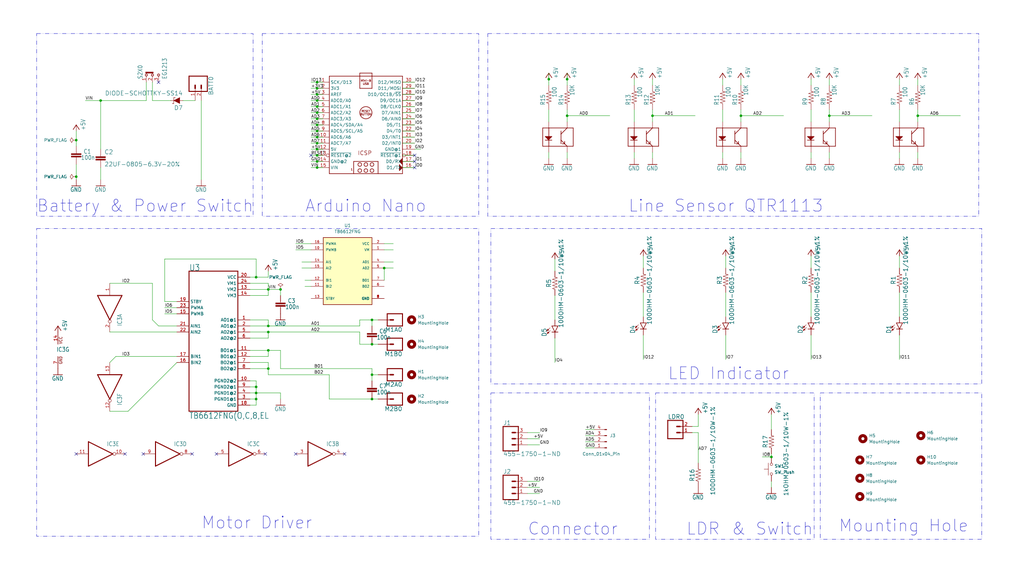
<source format=kicad_sch>
(kicad_sch (version 20230121) (generator eeschema)
  (paper "User" 426.517 239.243)
  (junction (at 132.08 52.07))
  (junction (at 132.08 57.15))
  (junction (at 106.68 161.29))
  (junction (at 31.75 58.42))
  (junction (at 132.08 62.23))
  (junction (at 132.08 44.45))
  (junction (at 154.94 143.51))
  (junction (at 106.68 166.37))
  (junction (at 31.75 73.66))
  (junction (at 132.08 49.53))
  (junction (at 321.31 190.5))
  (junction (at 308.61 48.26))
  (junction (at 111.76 138.43))
  (junction (at 345.44 48.26))
  (junction (at 106.68 115.57))
  (junction (at 132.08 34.29))
  (junction (at 132.08 69.85))
  (junction (at 132.08 54.61))
  (junction (at 132.08 59.69))
  (junction (at 111.76 146.05))
  (junction (at 41.91 41.91))
  (junction (at 154.94 166.37))
  (junction (at 132.08 39.37))
  (junction (at 132.08 64.77))
  (junction (at 132.08 36.83))
  (junction (at 111.76 135.89))
  (junction (at 228.6 33.02))
  (junction (at 116.84 120.65))
  (junction (at 106.68 163.83))
  (junction (at 154.94 156.21))
  (junction (at 132.08 67.31))
  (junction (at 160.02 111.76))
  (junction (at 236.22 33.02))
  (junction (at 271.78 48.26))
  (junction (at 382.27 48.26))
  (junction (at 236.22 48.26))
  (junction (at 111.76 153.67))
  (junction (at 111.76 120.65))
  (junction (at 132.08 41.91))
  (junction (at 154.94 133.35))
  (junction (at 132.08 46.99))
  (no_connect (at 172.72 67.31))
  (no_connect (at 52.07 189.23))
  (no_connect (at 80.01 189.23))
  (no_connect (at 90.17 189.23))
  (no_connect (at 129.54 64.77))
  (no_connect (at 59.69 189.23))
  (no_connect (at 172.72 69.85))
  (no_connect (at 66.04 34.29))
  (no_connect (at 31.75 189.23))
  (no_connect (at 123.19 189.23))
  (no_connect (at 143.51 189.23))
  (no_connect (at 172.72 64.77))
  (no_connect (at 110.49 189.23))
  (wire (pts (xy 132.08 67.31) (xy 134.62 67.31)) (stroke (width 0.1524)))
  (wire (pts (xy 116.84 153.67) (xy 154.94 153.67)) (stroke (width 0.1524)))
  (wire (pts (xy 137.16 156.21) (xy 137.16 166.37)) (stroke (width 0.1524)))
  (wire (pts (xy 104.14 115.57) (xy 106.68 115.57)) (stroke (width 0.1524)))
  (wire (pts (xy 160.02 111.76) (xy 163.83 111.76)))
  (wire (pts (xy 167.64 49.53) (xy 172.72 49.53)) (stroke (width 0.1524)))
  (wire (pts (xy 382.27 63.5) (xy 382.27 66.04)) (stroke (width 0.1524)))
  (wire (pts (xy 149.86 133.35) (xy 154.94 133.35)) (stroke (width 0.1524)))
  (wire (pts (xy 111.76 146.05) (xy 111.76 148.59)) (stroke (width 0.1524)))
  (wire (pts (xy 106.68 161.29) (xy 106.68 163.83)) (stroke (width 0.1524)))
  (wire (pts (xy 374.65 111.76) (xy 374.65 106.68)) (stroke (width 0.1524)))
  (wire (pts (xy 53.34 171.45) (xy 45.72 171.45)) (stroke (width 0.1524)))
  (wire (pts (xy 167.64 41.91) (xy 172.72 41.91)) (stroke (width 0.1524)))
  (wire (pts (xy 154.94 166.37) (xy 157.48 166.37)) (stroke (width 0.1524)))
  (wire (pts (xy 290.83 180.34) (xy 288.29 180.34)) (stroke (width 0.1524)))
  (wire (pts (xy 264.16 45.72) (xy 264.16 50.8)) (stroke (width 0.1524)))
  (wire (pts (xy 106.68 107.95) (xy 106.68 115.57)) (stroke (width 0.1524)))
  (wire (pts (xy 345.44 63.5) (xy 345.44 66.04)) (stroke (width 0.1524)))
  (wire (pts (xy 125.73 109.22) (xy 129.54 109.22)))
  (wire (pts (xy 31.75 68.58) (xy 31.75 73.66)) (stroke (width 0.1524)))
  (wire (pts (xy 48.26 148.59) (xy 45.72 151.13)) (stroke (width 0.1524)))
  (wire (pts (xy 149.86 138.43) (xy 149.86 143.51)) (stroke (width 0.1524)))
  (wire (pts (xy 337.82 33.02) (xy 337.82 35.56)) (stroke (width 0.1524)))
  (wire (pts (xy 111.76 151.13) (xy 111.76 153.67)) (stroke (width 0.1524)))
  (wire (pts (xy 111.76 118.11) (xy 104.14 118.11)) (stroke (width 0.1524)))
  (wire (pts (xy 271.78 63.5) (xy 271.78 66.04)) (stroke (width 0.1524)))
  (wire (pts (xy 337.82 139.7) (xy 337.82 149.86)) (stroke (width 0.1524)))
  (wire (pts (xy 132.08 64.77) (xy 134.62 64.77)) (stroke (width 0.1524)))
  (wire (pts (xy 106.68 163.83) (xy 104.14 163.83)) (stroke (width 0.1524)))
  (wire (pts (xy 132.08 57.15) (xy 134.62 57.15)) (stroke (width 0.1524)))
  (wire (pts (xy 132.08 54.61) (xy 129.54 54.61)) (stroke (width 0.1524)))
  (wire (pts (xy 302.26 121.92) (xy 302.26 132.08)) (stroke (width 0.1524)))
  (wire (pts (xy 73.66 151.13) (xy 53.34 171.45)) (stroke (width 0.1524)))
  (wire (pts (xy 132.08 44.45) (xy 129.54 44.45)) (stroke (width 0.1524)))
  (wire (pts (xy 111.76 120.65) (xy 111.76 118.11)) (stroke (width 0.1524)))
  (wire (pts (xy 132.08 46.99) (xy 129.54 46.99)) (stroke (width 0.1524)))
  (wire (pts (xy 73.66 148.59) (xy 48.26 148.59)) (stroke (width 0.1524)))
  (wire (pts (xy 160.02 104.14) (xy 163.83 104.14)))
  (wire (pts (xy 111.76 153.67) (xy 111.76 156.21)) (stroke (width 0.1524)))
  (wire (pts (xy 382.27 48.26) (xy 400.05 48.26)) (stroke (width 0.1524)))
  (wire (pts (xy 111.76 133.35) (xy 111.76 135.89)) (stroke (width 0.1524)))
  (wire (pts (xy 154.94 153.67) (xy 154.94 156.21)) (stroke (width 0.1524)))
  (wire (pts (xy 271.78 50.8) (xy 271.78 48.26)) (stroke (width 0.1524)))
  (wire (pts (xy 31.75 73.66) (xy 31.75 74.93)) (stroke (width 0.1524)))
  (wire (pts (xy 167.64 59.69) (xy 172.72 59.69)) (stroke (width 0.1524)))
  (wire (pts (xy 374.65 45.72) (xy 374.65 50.8)) (stroke (width 0.1524)))
  (wire (pts (xy 111.76 140.97) (xy 104.14 140.97)) (stroke (width 0.1524)))
  (wire (pts (xy 236.22 30.48) (xy 236.22 33.02)) (stroke (width 0.1524)))
  (wire (pts (xy 167.64 36.83) (xy 172.72 36.83)) (stroke (width 0.1524)))
  (wire (pts (xy 104.14 151.13) (xy 111.76 151.13)) (stroke (width 0.1524)))
  (wire (pts (xy 264.16 66.04) (xy 264.16 63.5)) (stroke (width 0.1524)))
  (wire (pts (xy 111.76 135.89) (xy 149.86 135.89)) (stroke (width 0.1524)))
  (wire (pts (xy 123.19 101.6) (xy 129.54 101.6)))
  (wire (pts (xy 382.27 45.72) (xy 382.27 48.26)) (stroke (width 0.1524)))
  (wire (pts (xy 63.5 41.91) (xy 63.5 34.29)))
  (wire (pts (xy 219.71 200.66) (xy 224.79 200.66)) (stroke (width 0.1524)))
  (wire (pts (xy 132.08 52.07) (xy 134.62 52.07)) (stroke (width 0.1524)))
  (wire (pts (xy 132.08 44.45) (xy 134.62 44.45)) (stroke (width 0.1524)))
  (wire (pts (xy 267.97 121.92) (xy 267.97 132.08)) (stroke (width 0.1524)))
  (wire (pts (xy 31.75 58.42) (xy 31.75 60.96)) (stroke (width 0.1524)))
  (wire (pts (xy 382.27 33.02) (xy 382.27 35.56)) (stroke (width 0.1524)))
  (wire (pts (xy 116.84 153.67) (xy 116.84 146.05)) (stroke (width 0.1524)))
  (wire (pts (xy 132.08 39.37) (xy 129.54 39.37)) (stroke (width 0.1524)))
  (wire (pts (xy 267.97 111.76) (xy 267.97 106.68)) (stroke (width 0.1524)))
  (wire (pts (xy 116.84 120.65) (xy 111.76 120.65)) (stroke (width 0.1524)))
  (wire (pts (xy 167.64 67.31) (xy 172.72 67.31)) (stroke (width 0.1524)))
  (wire (pts (xy 228.6 33.02) (xy 228.6 35.56)) (stroke (width 0.1524)))
  (wire (pts (xy 167.64 39.37) (xy 172.72 39.37)) (stroke (width 0.1524)))
  (wire (pts (xy 231.14 113.03) (xy 231.14 107.95)) (stroke (width 0.1524)))
  (wire (pts (xy 116.84 123.19) (xy 116.84 120.65)) (stroke (width 0.1524)))
  (wire (pts (xy 236.22 50.8) (xy 236.22 48.26)) (stroke (width 0.1524)))
  (wire (pts (xy 73.66 128.27) (xy 68.58 128.27)) (stroke (width 0.1524)))
  (wire (pts (xy 337.82 66.04) (xy 337.82 63.5)) (stroke (width 0.1524)))
  (wire (pts (xy 374.65 33.02) (xy 374.65 35.56)) (stroke (width 0.1524)))
  (wire (pts (xy 219.71 203.2) (xy 224.79 203.2)) (stroke (width 0.1524)))
  (wire (pts (xy 302.26 139.7) (xy 302.26 149.86)) (stroke (width 0.1524)))
  (wire (pts (xy 41.91 69.85) (xy 41.91 74.93)) (stroke (width 0.1524)))
  (wire (pts (xy 321.31 200.66) (xy 321.31 203.2)))
  (wire (pts (xy 132.08 52.07) (xy 129.54 52.07)) (stroke (width 0.1524)))
  (wire (pts (xy 132.08 59.69) (xy 134.62 59.69)) (stroke (width 0.1524)))
  (wire (pts (xy 160.02 101.6) (xy 163.83 101.6)))
  (wire (pts (xy 132.08 49.53) (xy 129.54 49.53)) (stroke (width 0.1524)))
  (wire (pts (xy 167.64 34.29) (xy 172.72 34.29)) (stroke (width 0.1524)))
  (wire (pts (xy 132.08 69.85) (xy 134.62 69.85)) (stroke (width 0.1524)))
  (wire (pts (xy 317.5 190.5) (xy 321.31 190.5)))
  (wire (pts (xy 228.6 66.04) (xy 228.6 63.5)) (stroke (width 0.1524)))
  (wire (pts (xy 111.76 123.19) (xy 111.76 120.65)) (stroke (width 0.1524)))
  (wire (pts (xy 111.76 153.67) (xy 104.14 153.67)) (stroke (width 0.1524)))
  (wire (pts (xy 264.16 33.02) (xy 264.16 35.56)) (stroke (width 0.1524)))
  (wire (pts (xy 154.94 158.75) (xy 154.94 156.21)) (stroke (width 0.1524)))
  (wire (pts (xy 68.58 107.95) (xy 106.68 107.95)) (stroke (width 0.1524)))
  (wire (pts (xy 243.84 184.15) (xy 247.65 184.15)))
  (wire (pts (xy 76.2 41.91) (xy 81.28 41.91)) (stroke (width 0.1524)))
  (wire (pts (xy 321.31 189.23) (xy 321.31 190.5)))
  (wire (pts (xy 104.14 161.29) (xy 106.68 161.29)) (stroke (width 0.1524)))
  (wire (pts (xy 167.64 57.15) (xy 172.72 57.15)) (stroke (width 0.1524)))
  (wire (pts (xy 271.78 48.26) (xy 289.56 48.26)) (stroke (width 0.1524)))
  (wire (pts (xy 106.68 163.83) (xy 106.68 166.37)) (stroke (width 0.1524)))
  (wire (pts (xy 60.96 34.29) (xy 60.96 41.91)) (stroke (width 0.1524)))
  (wire (pts (xy 111.76 138.43) (xy 149.86 138.43)) (stroke (width 0.1524)))
  (wire (pts (xy 104.14 123.19) (xy 111.76 123.19)) (stroke (width 0.1524)))
  (wire (pts (xy 374.65 121.92) (xy 374.65 132.08)) (stroke (width 0.1524)))
  (wire (pts (xy 83.82 41.91) (xy 83.82 74.93)) (stroke (width 0.1524)))
  (wire (pts (xy 236.22 63.5) (xy 236.22 66.04)) (stroke (width 0.1524)))
  (wire (pts (xy 111.76 138.43) (xy 111.76 140.97)) (stroke (width 0.1524)))
  (wire (pts (xy 132.08 39.37) (xy 134.62 39.37)) (stroke (width 0.1524)))
  (wire (pts (xy 35.56 41.91) (xy 41.91 41.91)) (stroke (width 0.1524)))
  (wire (pts (xy 290.83 193.04) (xy 290.83 180.34)) (stroke (width 0.1524)))
  (wire (pts (xy 127 116.84) (xy 129.54 116.84)))
  (wire (pts (xy 345.44 48.26) (xy 363.22 48.26)) (stroke (width 0.1524)))
  (wire (pts (xy 308.61 50.8) (xy 308.61 48.26)) (stroke (width 0.1524)))
  (wire (pts (xy 132.08 64.77) (xy 129.54 64.77)) (stroke (width 0.1524)))
  (wire (pts (xy 73.66 125.73) (xy 68.58 125.73)) (stroke (width 0.1524)))
  (wire (pts (xy 111.76 148.59) (xy 104.14 148.59)) (stroke (width 0.1524)))
  (wire (pts (xy 41.91 62.23) (xy 41.91 41.91)) (stroke (width 0.1524)))
  (wire (pts (xy 167.64 46.99) (xy 172.72 46.99)) (stroke (width 0.1524)))
  (wire (pts (xy 154.94 143.51) (xy 157.48 143.51)) (stroke (width 0.1524)))
  (wire (pts (xy 154.94 133.35) (xy 157.48 133.35)) (stroke (width 0.1524)))
  (wire (pts (xy 228.6 45.72) (xy 228.6 50.8)) (stroke (width 0.1524)))
  (wire (pts (xy 271.78 45.72) (xy 271.78 48.26)) (stroke (width 0.1524)))
  (wire (pts (xy 228.6 30.48) (xy 228.6 33.02)) (stroke (width 0.1524)))
  (wire (pts (xy 106.68 115.57) (xy 111.76 115.57)) (stroke (width 0.1524)))
  (wire (pts (xy 73.66 138.43) (xy 45.72 138.43)) (stroke (width 0.1524)))
  (wire (pts (xy 106.68 158.75) (xy 106.68 161.29)) (stroke (width 0.1524)))
  (wire (pts (xy 219.71 182.88) (xy 224.79 182.88)) (stroke (width 0.1524)))
  (wire (pts (xy 167.64 44.45) (xy 172.72 44.45)) (stroke (width 0.1524)))
  (wire (pts (xy 111.76 115.57) (xy 111.76 113.03)) (stroke (width 0.1524)))
  (wire (pts (xy 132.08 34.29) (xy 134.62 34.29)) (stroke (width 0.1524)))
  (wire (pts (xy 308.61 48.26) (xy 326.39 48.26)) (stroke (width 0.1524)))
  (wire (pts (xy 382.27 50.8) (xy 382.27 48.26)) (stroke (width 0.1524)))
  (wire (pts (xy 243.84 179.07) (xy 247.65 179.07)))
  (wire (pts (xy 132.08 62.23) (xy 129.54 62.23)) (stroke (width 0.1524)))
  (wire (pts (xy 337.82 111.76) (xy 337.82 106.68)) (stroke (width 0.1524)))
  (wire (pts (xy 132.08 62.23) (xy 134.62 62.23)) (stroke (width 0.1524)))
  (wire (pts (xy 132.08 57.15) (xy 129.54 57.15)) (stroke (width 0.1524)))
  (wire (pts (xy 300.99 66.04) (xy 300.99 63.5)) (stroke (width 0.1524)))
  (wire (pts (xy 132.08 67.31) (xy 129.54 67.31)) (stroke (width 0.1524)))
  (wire (pts (xy 104.14 146.05) (xy 111.76 146.05)) (stroke (width 0.1524)))
  (wire (pts (xy 160.02 109.22) (xy 163.83 109.22)))
  (wire (pts (xy 300.99 45.72) (xy 300.99 50.8)) (stroke (width 0.1524)))
  (wire (pts (xy 172.72 62.23) (xy 175.26 62.23)) (stroke (width 0.1524)))
  (wire (pts (xy 167.64 52.07) (xy 172.72 52.07)) (stroke (width 0.1524)))
  (wire (pts (xy 106.68 168.91) (xy 104.14 168.91)) (stroke (width 0.1524)))
  (wire (pts (xy 288.29 177.8) (xy 290.83 177.8)) (stroke (width 0.1524)))
  (wire (pts (xy 132.08 54.61) (xy 134.62 54.61)) (stroke (width 0.1524)))
  (wire (pts (xy 132.08 41.91) (xy 129.54 41.91)) (stroke (width 0.1524)))
  (wire (pts (xy 132.08 59.69) (xy 129.54 59.69)) (stroke (width 0.1524)))
  (wire (pts (xy 219.71 180.34) (xy 224.79 180.34)) (stroke (width 0.1524)))
  (wire (pts (xy 219.71 185.42) (xy 224.79 185.42)) (stroke (width 0.1524)))
  (wire (pts (xy 132.08 69.85) (xy 129.54 69.85)) (stroke (width 0.1524)))
  (wire (pts (xy 137.16 166.37) (xy 154.94 166.37)) (stroke (width 0.1524)))
  (wire (pts (xy 302.26 111.76) (xy 302.26 106.68)) (stroke (width 0.1524)))
  (wire (pts (xy 167.64 54.61) (xy 172.72 54.61)) (stroke (width 0.1524)))
  (wire (pts (xy 73.66 135.89) (xy 66.04 135.89)) (stroke (width 0.1524)))
  (wire (pts (xy 125.73 111.76) (xy 129.54 111.76)))
  (wire (pts (xy 104.14 138.43) (xy 111.76 138.43)) (stroke (width 0.1524)))
  (wire (pts (xy 41.91 41.91) (xy 60.96 41.91)) (stroke (width 0.1524)))
  (wire (pts (xy 116.84 163.83) (xy 116.84 166.37)) (stroke (width 0.1524)))
  (wire (pts (xy 374.65 139.7) (xy 374.65 149.86)) (stroke (width 0.1524)))
  (wire (pts (xy 104.14 158.75) (xy 106.68 158.75)) (stroke (width 0.1524)))
  (wire (pts (xy 300.99 33.02) (xy 300.99 35.56)) (stroke (width 0.1524)))
  (wire (pts (xy 71.12 41.91) (xy 63.5 41.91)))
  (wire (pts (xy 243.84 181.61) (xy 247.65 181.61)))
  (wire (pts (xy 231.14 140.97) (xy 231.14 151.13)) (stroke (width 0.1524)))
  (wire (pts (xy 132.08 41.91) (xy 134.62 41.91)) (stroke (width 0.1524)))
  (wire (pts (xy 104.14 166.37) (xy 106.68 166.37)) (stroke (width 0.1524)))
  (wire (pts (xy 132.08 36.83) (xy 134.62 36.83)) (stroke (width 0.1524)))
  (wire (pts (xy 308.61 45.72) (xy 308.61 48.26)) (stroke (width 0.1524)))
  (wire (pts (xy 345.44 33.02) (xy 345.44 35.56)) (stroke (width 0.1524)))
  (wire (pts (xy 132.08 34.29) (xy 129.54 34.29)) (stroke (width 0.1524)))
  (wire (pts (xy 149.86 135.89) (xy 149.86 133.35)) (stroke (width 0.1524)))
  (wire (pts (xy 219.71 205.74) (xy 224.79 205.74)) (stroke (width 0.1524)))
  (wire (pts (xy 111.76 156.21) (xy 137.16 156.21)) (stroke (width 0.1524)))
  (wire (pts (xy 337.82 121.92) (xy 337.82 132.08)) (stroke (width 0.1524)))
  (wire (pts (xy 236.22 48.26) (xy 254 48.26)) (stroke (width 0.1524)))
  (wire (pts (xy 106.68 163.83) (xy 116.84 163.83)) (stroke (width 0.1524)))
  (wire (pts (xy 236.22 45.72) (xy 236.22 48.26)) (stroke (width 0.1524)))
  (wire (pts (xy 271.78 33.02) (xy 271.78 35.56)) (stroke (width 0.1524)))
  (wire (pts (xy 127 119.38) (xy 129.54 119.38)))
  (wire (pts (xy 321.31 172.72) (xy 321.31 179.07)))
  (wire (pts (xy 104.14 133.35) (xy 111.76 133.35)) (stroke (width 0.1524)))
  (wire (pts (xy 111.76 120.65) (xy 104.14 120.65)) (stroke (width 0.1524)))
  (wire (pts (xy 63.5 118.11) (xy 45.72 118.11)) (stroke (width 0.1524)))
  (wire (pts (xy 345.44 50.8) (xy 345.44 48.26)) (stroke (width 0.1524)))
  (wire (pts (xy 132.08 49.53) (xy 134.62 49.53)) (stroke (width 0.1524)))
  (wire (pts (xy 160.02 111.76) (xy 160.02 116.84)))
  (wire (pts (xy 267.97 139.7) (xy 267.97 149.86)) (stroke (width 0.1524)))
  (wire (pts (xy 149.86 143.51) (xy 154.94 143.51)) (stroke (width 0.1524)))
  (wire (pts (xy 236.22 33.02) (xy 236.22 35.56)) (stroke (width 0.1524)))
  (wire (pts (xy 154.94 135.89) (xy 154.94 133.35)) (stroke (width 0.1524)))
  (wire (pts (xy 116.84 146.05) (xy 111.76 146.05)) (stroke (width 0.1524)))
  (wire (pts (xy 308.61 33.02) (xy 308.61 35.56)) (stroke (width 0.1524)))
  (wire (pts (xy 167.64 64.77) (xy 172.72 64.77)) (stroke (width 0.1524)))
  (wire (pts (xy 68.58 125.73) (xy 68.58 107.95)) (stroke (width 0.1524)))
  (wire (pts (xy 337.82 45.72) (xy 337.82 50.8)) (stroke (width 0.1524)))
  (wire (pts (xy 31.75 54.61) (xy 31.75 58.42)) (stroke (width 0.1524)))
  (wire (pts (xy 231.14 123.19) (xy 231.14 133.35)) (stroke (width 0.1524)))
  (wire (pts (xy 308.61 63.5) (xy 308.61 66.04)) (stroke (width 0.1524)))
  (wire (pts (xy 106.68 166.37) (xy 106.68 168.91)) (stroke (width 0.1524)))
  (wire (pts (xy 73.66 130.81) (xy 68.58 130.81)) (stroke (width 0.1524)))
  (wire (pts (xy 345.44 45.72) (xy 345.44 48.26)) (stroke (width 0.1524)))
  (wire (pts (xy 154.94 156.21) (xy 157.48 156.21)) (stroke (width 0.1524)))
  (wire (pts (xy 66.04 135.89) (xy 63.5 133.35)) (stroke (width 0.1524)))
  (wire (pts (xy 132.08 36.83) (xy 129.54 36.83)) (stroke (width 0.1524)))
  (wire (pts (xy 374.65 66.04) (xy 374.65 63.5)) (stroke (width 0.1524)))
  (wire (pts (xy 63.5 133.35) (xy 63.5 118.11)) (stroke (width 0.1524)))
  (wire (pts (xy 123.19 104.14) (xy 129.54 104.14)))
  (wire (pts (xy 243.84 186.69) (xy 247.65 186.69)))
  (wire (pts (xy 132.08 46.99) (xy 134.62 46.99)) (stroke (width 0.1524)))
  (wire (pts (xy 167.64 69.85) (xy 172.72 69.85)) (stroke (width 0.1524)))
  (wire (pts (xy 290.83 177.8) (xy 290.83 172.72)) (stroke (width 0.1524)))
  (wire (pts (xy 111.76 135.89) (xy 104.14 135.89)) (stroke (width 0.1524)))
  (rectangle (start 203.2 13.97) (end 407.67 90.17) (stroke (width 0) (type dash_dot_dot)))
  (rectangle (start 273.05 163.83) (end 339.09 224.79) (stroke (width 0) (type dash_dot_dot)))
  (rectangle (start 204.47 95.25) (end 408.94 160.02) (stroke (width 0) (type dash_dot_dot)))
  (rectangle (start 109.22 13.97) (end 199.39 90.17) (stroke (width 0) (type dash_dot_dot)))
  (rectangle (start 204.47 163.83) (end 270.51 224.79) (stroke (width 0) (type dash_dot_dot)))
  (rectangle (start 341.63 163.83) (end 408.94 224.79) (stroke (width 0) (type dash_dot_dot)))
  (rectangle (start 15.24 13.97) (end 105.41 90.17) (stroke (width 0) (type dash_dot_dot)))
  (rectangle (start 15.24 95.25) (end 199.39 223.52) (stroke (width 0) (type dash_dot_dot)))
  (text "Arduino Nano" (at 127 88.9 0) (effects (font (size 5 5)) (justify left bottom)))
  (text "Motor Driver" (at 83.82 220.98 0) (effects (font (size 5 5)) (justify left bottom)))
  (text "LDR	& Switch\n" (at 285.75 223.52 0) (effects (font (size 5 5)) (justify left bottom)))
  (text "LED Indicator" (at 278.13 158.75 0) (effects (font (size 5 5)) (justify left bottom)))
  (text "Line Sensor QTR1113" (at 261.62 88.9 0) (effects (font (size 5 5)) (justify left bottom)))
  (text "Mounting Hole" (at 349.25 222.25 0) (effects (font (size 5 5)) (justify left bottom)))
  (text "Connector" (at 219.71 223.52 0) (effects (font (size 5 5)) (justify left bottom)))
  (text "Battery & Power Switch" (at 15.24 88.9 0) (effects (font (size 5 5)) (justify left bottom)))
  (label "AD5" (at 129.54 54.61 0) (effects (font (size 1.2446 1.2446))))
  (label "IO12" (at 172.72 34.29 0) (effects (font (size 1.2446 1.2446))))
  (label "AD1" (at 276.86 48.26 0) (effects (font (size 1.2446 1.2446))))
  (label "AD3" (at 129.54 49.53 0) (effects (font (size 1.2446 1.2446))))
  (label "IO6" (at 172.72 49.53 0) (effects (font (size 1.2446 1.2446))))
  (label "IO0" (at 172.72 69.85 0) (effects (font (size 1.2446 1.2446))))
  (label "IO5" (at 68.58 130.81 0) (effects (font (size 1.2446 1.2446))))
  (label "IO9" (at 172.72 41.91 0) (effects (font (size 1.2446 1.2446))))
  (label "RESET" (at 129.54 64.77 0) (effects (font (size 1.2446 1.2446))))
  (label "AD4" (at 129.54 52.07 0) (effects (font (size 1.2446 1.2446))))
  (label "AD0" (at 241.3 48.26 0) (effects (font (size 1.2446 1.2446))))
  (label "AD7" (at 290.83 187.96 0) (effects (font (size 1.2446 1.2446))))
  (label "AD6" (at 387.35 48.26 0) (effects (font (size 1.2446 1.2446))))
  (label "IO12" (at 267.97 149.86 0) (effects (font (size 1.2446 1.2446))))
  (label "IO7" (at 302.26 149.86 0) (effects (font (size 1.2446 1.2446))))
  (label "IO13" (at 337.82 149.86 0) (effects (font (size 1.2446 1.2446))))
  (label "GND" (at 172.72 62.23 0) (effects (font (size 1.2446 1.2446))))
  (label "AD4" (at 243.84 181.61 0))
  (label "+5V" (at 219.71 203.2 0) (effects (font (size 1.2446 1.2446))))
  (label "AD1" (at 129.54 44.45 0) (effects (font (size 1.2446 1.2446))))
  (label "AD2" (at 313.69 48.26 0) (effects (font (size 1.2446 1.2446))))
  (label "IO13" (at 129.54 34.29 0) (effects (font (size 1.2446 1.2446))))
  (label "GND" (at 222.25 205.74 0) (effects (font (size 1.2446 1.2446))))
  (label "IO4" (at 172.72 54.61 0) (effects (font (size 1.2446 1.2446))))
  (label "+5V" (at 129.54 62.23 0) (effects (font (size 1.2446 1.2446))))
  (label "VIN" (at 129.54 69.85 0) (effects (font (size 1.2446 1.2446))))
  (label "VIN" (at 35.56 41.91 0) (effects (font (size 1.2446 1.2446))))
  (label "IO4" (at 231.14 151.13 0) (effects (font (size 1.2446 1.2446))))
  (label "GND" (at 224.79 185.42 0) (effects (font (size 1.2446 1.2446))))
  (label "IO6" (at 123.19 101.6 0))
  (label "IO8" (at 172.72 44.45 0) (effects (font (size 1.2446 1.2446))))
  (label "IO3" (at 50.8 148.59 0) (effects (font (size 1.2446 1.2446))))
  (label "AD7" (at 129.54 59.69 0) (effects (font (size 1.2446 1.2446))))
  (label "IO6" (at 68.58 128.27 0) (effects (font (size 1.2446 1.2446))))
  (label "B01" (at 130.81 153.67 0))
  (label "IO1" (at 172.72 67.31 0) (effects (font (size 1.2446 1.2446))))
  (label "IO5" (at 123.19 104.14 0))
  (label "IO2" (at 172.72 59.69 0) (effects (font (size 1.2446 1.2446))))
  (label "IO5" (at 172.72 52.07 0) (effects (font (size 1.2446 1.2446))))
  (label "+5V" (at 129.54 39.37 0) (effects (font (size 1.2446 1.2446))))
  (label "AD2" (at 129.54 46.99 0) (effects (font (size 1.2446 1.2446))))
  (label "GND" (at 243.84 186.69 0))
  (label "IO10" (at 222.25 200.66 0) (effects (font (size 1.2446 1.2446))))
  (label "IO3" (at 172.72 57.15 0) (effects (font (size 1.2446 1.2446))))
  (label "IO2" (at 50.8 118.11 0) (effects (font (size 1.2446 1.2446))))
  (label "A01" (at 129.54 135.89 0))
  (label "IO10" (at 172.72 39.37 0) (effects (font (size 1.2446 1.2446))))
  (label "IO7" (at 172.72 46.99 0) (effects (font (size 1.2446 1.2446))))
  (label "B02" (at 130.81 156.21 0))
  (label "IO11" (at 374.65 149.86 0) (effects (font (size 1.2446 1.2446))))
  (label "GND" (at 129.54 67.31 0) (effects (font (size 1.2446 1.2446))))
  (label "AD3" (at 350.52 48.26 0) (effects (font (size 1.2446 1.2446))))
  (label "+3V3" (at 129.54 36.83 0) (effects (font (size 1.2446 1.2446))))
  (label "AD5" (at 243.84 184.15 0))
  (label "AD0" (at 129.54 41.91 0) (effects (font (size 1.2446 1.2446))))
  (label "IO9" (at 224.79 180.34 0) (effects (font (size 1.2446 1.2446))))
  (label "IO8" (at 317.5 190.5 0))
  (label "AD6" (at 129.54 57.15 0) (effects (font (size 1.2446 1.2446))))
  (label "IO11" (at 172.72 36.83 0) (effects (font (size 1.2446 1.2446))))
  (label "A02" (at 129.54 138.43 0))
  (label "+5V" (at 222.25 182.88 0) (effects (font (size 1.2446 1.2446))))
  (label "VIN" (at 111.76 120.65 0) (effects (font (size 1.2446 1.2446))))
  (label "+5V" (at 243.84 179.07 0))
  (symbol (lib_id "lekirbot-eagle-import:LED-FKIT-1206") (at 337.82 134.62 0) (unit 1)
    (property "Reference" "D2" (at 334.391 139.192 90) (effects (font (size 1.778 1.778)) (justify left bottom)))
    (property "Value" "LED-FKIT-1206" (effects hide))
    (property "Footprint" "lekirbot:FKIT-LED-1206" (effects hide))
  )
  (symbol (lib_id "lekirbot-eagle-import:C-EU0603-RND") (at 31.75 66.04 0) (mirror x) (unit 1)
    (property "Reference" "C1" (at 37.973 64.135 0) (effects (font (size 1.778 1.5113)) (justify right top)))
    (property "Value" "100n" (at 39.624 66.675 0) (effects (font (size 1.778 1.5113)) (justify right top)))
    (property "Footprint" "lekirbot:C0603-ROUND" (effects hide))
  )
  (symbol (lib_id "lekirbot-eagle-import:CONN_03") (at 212.09 182.88 0) (unit 1)
    (property "Reference" "J1" (at 209.55 177.292 0) (effects (font (size 1.778 1.778)) (justify left bottom)))
    (property "Value" "455-1750-1-ND" (at 209.55 190.246 0) (effects (font (size 1.778 1.778)) (justify left bottom)))
    (property "Footprint" "lekirbot:1X03" (effects hide))
  )
  (symbol (lib_id "lekirbot-eagle-import:ARDUINO_NANO") (at 152.4 46.99 180) (unit 1)
    (property "Reference" "ARDUINO_NANO1" (effects hide))
    (property "Value" "ARDUINO_NANO" (effects hide))
    (property "Footprint" "lekirbot:ARDUINO_NANO" (effects hide))
  )
  (symbol (lib_id "lekirbot-eagle-import:CONN_01") (at 165.1 166.37 180) (unit 1)
    (property "Reference" "M2B0" (at 167.64 169.418 0) (effects (font (size 1.778 1.778)) (justify left bottom)))
    (property "Value" "CONN_01" (effects hide))
    (property "Footprint" "lekirbot:1X01" (effects hide))
  )
  (symbol (lib_id "lekirbot-eagle-import:QRE11131{colon}1") (at 342.9 55.88 0) (mirror y) (unit 1)
    (property "Reference" "U7" (effects hide))
    (property "Value" "QRE11131{colon}1" (effects hide))
    (property "Footprint" "lekirbot:QRE1113-1_1" (effects hide))
  )
  (symbol (lib_id "lekirbot-eagle-import:QRE11131{colon}1") (at 269.24 55.88 0) (mirror y) (unit 1)
    (property "Reference" "U5" (effects hide))
    (property "Value" "QRE11131{colon}1" (effects hide))
    (property "Footprint" "lekirbot:QRE1113-1_1" (effects hide))
  )
  (symbol (lib_id "Mechanical:MountingHole") (at 171.45 143.51 0) (unit 1)
    (property "Reference" "H4" (at 173.99 142.24 0) (effects (justify left)))
    (property "Value" "MountingHole" (at 173.99 144.78 0) (effects (justify left)))
    (property "Footprint" "MountingHole:MountingHole_3.2mm_M3" (effects hide))
  )
  (symbol (lib_id "lekirbot-eagle-import:100OHM-0603-1/10W-1%") (at 337.82 116.84 90) (unit 1)
    (property "Reference" "R2" (at 336.296 116.84 0) (effects (font (size 1.778 1.778)) (justify bottom)))
    (property "Value" "100OHM-0603-1/10W-1%" (at 339.344 116.84 0) (effects (font (size 1.778 1.778)) (justify top)))
    (property "Footprint" "lekirbot:0603" (effects hide))
  )
  (symbol (lib_id "lekirbot-eagle-import:RESISTOR0603-RES") (at 264.16 40.64 90) (unit 1)
    (property "Reference" "R13" (at 262.636 43.942 0) (effects (font (size 1.778 1.5113)) (justify left bottom)))
    (property "Value" "100" (at 267.462 40.64 0) (effects (font (size 1.778 1.5113)) (justify left bottom)))
    (property "Footprint" "lekirbot:0603-RES" (effects hide))
  )
  (symbol (lib_id "Mechanical:MountingHole") (at 383.54 181.61 0) (unit 1)
    (property "Reference" "H6" (at 386.08 180.34 0) (effects (justify left)))
    (property "Value" "MountingHole" (at 386.08 182.88 0) (effects (justify left)))
    (property "Footprint" "MountingHole:MountingHole_3.2mm_M3" (effects hide))
  )
  (symbol (lib_id "lekirbot-eagle-import:RESISTOR0603-RES") (at 374.65 40.64 90) (unit 1)
    (property "Reference" "R7" (at 373.126 43.942 0) (effects (font (size 1.778 1.5113)) (justify left bottom)))
    (property "Value" "100" (at 377.952 40.64 0) (effects (font (size 1.778 1.5113)) (justify left bottom)))
    (property "Footprint" "lekirbot:0603-RES" (effects hide))
  )
  (symbol (lib_id "lekirbot-eagle-import:+5V") (at 337.82 30.48 0) (unit 1)
    (property "Reference" "#P+010" (effects hide))
    (property "Value" "+5V" (at 339.725 27.94 90) (effects (font (size 1.778 1.5113)) (justify right top)))
  )
  (symbol (lib_id "lekirbot-eagle-import:SparkFun_GND") (at 271.78 68.58 0) (unit 1)
    (property "Reference" "#GND05" (effects hide))
    (property "Value" "GND" (at 269.24 71.12 0) (effects (font (size 1.778 1.5113)) (justify left bottom)))
  )
  (symbol (lib_id "lekirbot-eagle-import:SparkFun_GND") (at 382.27 68.58 0) (unit 1)
    (property "Reference" "#GND011" (effects hide))
    (property "Value" "GND" (at 379.73 71.12 0) (effects (font (size 1.778 1.5113)) (justify left bottom)))
  )
  (symbol (lib_id "lekirbot-eagle-import:+5V") (at 308.61 30.48 0) (unit 1)
    (property "Reference" "#P+05" (effects hide))
    (property "Value" "+5V" (at 310.515 27.94 90) (effects (font (size 1.778 1.5113)) (justify right top)))
  )
  (symbol (lib_id "lekirbot-eagle-import:RESISTOR0603-RES") (at 300.99 40.64 90) (unit 1)
    (property "Reference" "R11" (at 299.466 43.942 0) (effects (font (size 1.778 1.5113)) (justify left bottom)))
    (property "Value" "100" (at 304.292 40.64 0) (effects (font (size 1.778 1.5113)) (justify left bottom)))
    (property "Footprint" "lekirbot:0603-RES" (effects hide))
  )
  (symbol (lib_id "lekirbot-eagle-import:EG1213") (at 63.5 31.75 90) (unit 1)
    (property "Reference" "S2X0" (at 59.3725 33.02 0) (effects (font (size 1.778 1.5113)) (justify left bottom)))
    (property "Value" "EG1213" (at 69.5325 33.02 0) (effects (font (size 1.778 1.5113)) (justify left bottom)))
    (property "Footprint" "lekirbot:EG1213" (effects hide))
  )
  (symbol (lib_id "lekirbot-eagle-import:TB6612FNG(O,C,8,EL") (at 88.9 140.97 0) (unit 1)
    (property "Reference" "U3" (at 78.725 112.9887 0) (effects (font (size 2.5437 2.1621)) (justify left bottom)))
    (property "Value" "TB6612FNG(O,C,8,EL" (at 78.73 174.6582 0) (effects (font (size 2.5425 2.1611)) (justify left bottom)))
    (property "Footprint" "lekirbot:SOP65P760X160-24N" (effects hide))
  )
  (symbol (lib_id "lekirbot-eagle-import:C-EU0603-RND") (at 116.84 128.27 0) (mirror x) (unit 1)
    (property "Reference" "C3" (at 123.063 126.365 0) (effects (font (size 1.778 1.5113)) (justify right top)))
    (property "Value" "100n" (at 124.714 128.905 0) (effects (font (size 1.778 1.5113)) (justify right top)))
    (property "Footprint" "lekirbot:C0603-ROUND" (effects hide))
  )
  (symbol (lib_id "lekirbot-eagle-import:RESISTOR0603-RES") (at 382.27 40.64 270) (unit 1)
    (property "Reference" "R6" (at 380.746 43.942 0) (effects (font (size 1.778 1.5113)) (justify right top)))
    (property "Value" "10K" (at 385.318 39.878 0) (effects (font (size 1.778 1.5113)) (justify right top)))
    (property "Footprint" "lekirbot:0603-RES" (effects hide))
  )
  (symbol (lib_id "lekirbot-eagle-import:RESISTOR0603-RES") (at 308.61 40.64 270) (unit 1)
    (property "Reference" "R10" (at 307.086 43.942 0) (effects (font (size 1.778 1.5113)) (justify right top)))
    (property "Value" "10K" (at 311.658 39.878 0) (effects (font (size 1.778 1.5113)) (justify right top)))
    (property "Footprint" "lekirbot:0603-RES" (effects hide))
  )
  (symbol (lib_id "lekirbot-eagle-import:+5V") (at 31.75 52.07 0) (unit 1)
    (property "Reference" "#P+09" (effects hide))
    (property "Value" "+5V" (at 33.655 49.53 90) (effects (font (size 1.778 1.5113)) (justify right top)))
  )
  (symbol (lib_id "ROB-14450:ROB-14450") (at 144.78 114.3 0) (unit 1)
    (property "Reference" "U1" (at 144.78 93.98 0))
    (property "Value" "TB6612FNG" (at 144.78 96.52 0))
    (property "Footprint" "ROB-14450:MODULE_ROB-14450" (effects hide))
    (property "MF" "SparkFun Electronics" (effects hide))
    (property "Description" "\nTB6612FNG Motor Controller/Driver Power Management Evaluation Board\n" (effects hide))
    (property "Package" "None" (effects hide))
    (property "Price" "None" (effects hide))
    (property "Check_prices" "https://www.snapeda.com/parts/ROB-14450/SparkFun+Electronics/view-part/?ref=eda" (effects hide))
    (property "STANDARD" "Manufacturer Recommendation" (effects hide))
    (property "PARTREV" "11-13-17" (effects hide))
    (property "SnapEDA_Link" "https://www.snapeda.com/parts/ROB-14450/SparkFun+Electronics/view-part/?ref=snap" (effects hide))
    (property "MP" "ROB-14450" (effects hide))
    (property "Purchase-URL" "https://www.snapeda.com/api/url_track_click_mouser/?unipart_id=2656367&manufacturer=SparkFun Electronics&part_name=ROB-14450&search_term=None" (effects hide))
    (property "Availability" "In Stock" (effects hide))
    (property "MANUFACTURER" "Sparkfun Electronics" (effects hide))
  )
  (symbol (lib_id "lekirbot-eagle-import:LED-FKIT-1206") (at 231.14 135.89 0) (unit 1)
    (property "Reference" "D5" (at 227.711 140.462 90) (effects (font (size 1.778 1.778)) (justify left bottom)))
    (property "Value" "LED-FKIT-1206" (effects hide))
    (property "Footprint" "lekirbot:FKIT-LED-1206" (effects hide))
  )
  (symbol (lib_id "lekirbot-eagle-import:+5V") (at 337.82 104.14 0) (unit 1)
    (property "Reference" "#P+016" (effects hide))
    (property "Value" "+5V" (at 339.725 101.6 90) (effects (font (size 1.778 1.5113)) (justify right top)))
  )
  (symbol (lib_id "Mechanical:MountingHole") (at 383.54 191.77 0) (unit 1)
    (property "Reference" "H10" (at 386.08 190.5 0) (effects (justify left)))
    (property "Value" "MountingHole" (at 386.08 193.04 0) (effects (justify left)))
    (property "Footprint" "MountingHole:MountingHole_3.2mm_M3" (effects hide))
  )
  (symbol (lib_id "lekirbot-eagle-import:CONN_02") (at 81.28 34.29 270) (unit 1)
    (property "Reference" "BATT0" (at 86.868 31.75 0) (effects (font (size 1.778 1.778)) (justify left bottom)))
    (property "Value" "CONN_02" (effects hide))
    (property "Footprint" "lekirbot:1X02" (effects hide))
  )
  (symbol (lib_id "lekirbot-eagle-import:SparkFun_GND") (at 300.99 68.58 0) (unit 1)
    (property "Reference" "#GND06" (effects hide))
    (property "Value" "GND" (at 298.45 71.12 0) (effects (font (size 1.778 1.5113)) (justify left bottom)))
  )
  (symbol (lib_id "lekirbot-eagle-import:+5V") (at 111.76 110.49 0) (unit 1)
    (property "Reference" "#P+06" (effects hide))
    (property "Value" "+5V" (at 113.665 107.95 90) (effects (font (size 1.778 1.5113)) (justify right top)))
  )
  (symbol (lib_id "lekirbot-eagle-import:+5V") (at 345.44 30.48 0) (unit 1)
    (property "Reference" "#P+08" (effects hide))
    (property "Value" "+5V" (at 347.345 27.94 90) (effects (font (size 1.778 1.5113)) (justify right top)))
  )
  (symbol (lib_id "lekirbot-eagle-import:+5V") (at 236.22 30.48 0) (unit 1)
    (property "Reference" "#P+01" (effects hide))
    (property "Value" "+5V" (at 238.125 27.94 90) (effects (font (size 1.778 1.5113)) (justify right top)))
  )
  (symbol (lib_id "lekirbot-eagle-import:22UF-0805-6.3V-20%") (at 41.91 67.31 0) (unit 1)
    (property "Reference" "C2" (at 43.434 64.389 0) (effects (font (size 1.778 1.778)) (justify left bottom)))
    (property "Value" "22UF-0805-6.3V-20%" (at 43.434 69.469 0) (effects (font (size 1.778 1.778)) (justify left bottom)))
    (property "Footprint" "lekirbot:0805" (effects hide))
  )
  (symbol (lib_id "lekirbot-eagle-import:LED-FKIT-1206") (at 374.65 134.62 0) (unit 1)
    (property "Reference" "D1" (at 371.221 139.192 90) (effects (font (size 1.778 1.778)) (justify left bottom)))
    (property "Value" "LED-FKIT-1206" (effects hide))
    (property "Footprint" "lekirbot:FKIT-LED-1206" (effects hide))
  )
  (symbol (lib_id "lekirbot-eagle-import:CONN_01") (at 165.1 156.21 180) (unit 1)
    (property "Reference" "M2A0" (at 167.64 159.258 0) (effects (font (size 1.778 1.778)) (justify left bottom)))
    (property "Value" "CONN_01" (effects hide))
    (property "Footprint" "lekirbot:1X01" (effects hide))
  )
  (symbol (lib_id "lekirbot-eagle-import:CONN_03") (at 212.09 203.2 0) (unit 1)
    (property "Reference" "J2" (at 209.55 197.612 0) (effects (font (size 1.778 1.778)) (justify left bottom)))
    (property "Value" "455-1750-1-ND" (at 209.55 210.566 0) (effects (font (size 1.778 1.778)) (justify left bottom)))
    (property "Footprint" "lekirbot:1X03" (effects hide))
  )
  (symbol (lib_id "lekirbot-eagle-import:LED-FKIT-1206") (at 302.26 134.62 0) (unit 1)
    (property "Reference" "D3" (at 298.831 139.192 90) (effects (font (size 1.778 1.778)) (justify left bottom)))
    (property "Value" "LED-FKIT-1206" (effects hide))
    (property "Footprint" "lekirbot:FKIT-LED-1206" (effects hide))
  )
  (symbol (lib_id "lekirbot-eagle-import:7404D") (at 41.91 189.23 0) (unit 5)
    (property "Reference" "IC3" (at 44.45 186.055 0) (effects (font (size 1.778 1.5113)) (justify left bottom)))
    (property "Value" "7404D" (effects hide))
    (property "Footprint" "lekirbot:SO14" (effects hide))
    (property "SPICEPREFIX" "I" (effects hide))
  )
  (symbol (lib_id "lekirbot-eagle-import:+5V") (at 302.26 104.14 0) (unit 1)
    (property "Reference" "#P+017" (effects hide))
    (property "Value" "+5V" (at 304.165 101.6 90) (effects (font (size 1.778 1.5113)) (justify right top)))
  )
  (symbol (lib_id "lekirbot-eagle-import:GND") (at 290.83 205.74 0) (unit 1)
    (property "Reference" "#GND013" (effects hide))
    (property "Value" "GND" (at 288.29 208.28 0) (effects (font (size 1.778 1.5113)) (justify left bottom)))
  )
  (symbol (lib_id "lekirbot-eagle-import:SparkFun_GND") (at 41.91 77.47 0) (unit 1)
    (property "Reference" "#GND014" (effects hide))
    (property "Value" "GND" (at 39.37 80.01 0) (effects (font (size 1.778 1.5113)) (justify left bottom)))
  )
  (symbol (lib_id "lekirbot-eagle-import:100OHM-0603-1/10W-1%") (at 374.65 116.84 90) (unit 1)
    (property "Reference" "R1" (at 373.126 116.84 0) (effects (font (size 1.778 1.778)) (justify bottom)))
    (property "Value" "100OHM-0603-1/10W-1%" (at 376.174 116.84 0) (effects (font (size 1.778 1.778)) (justify top)))
    (property "Footprint" "lekirbot:0603" (effects hide))
  )
  (symbol (lib_id "lekirbot-eagle-import:+5V") (at 231.14 105.41 0) (unit 1)
    (property "Reference" "#P+015" (effects hide))
    (property "Value" "+5V" (at 233.045 102.87 90) (effects (font (size 1.778 1.5113)) (justify right top)))
  )
  (symbol (lib_id "lekirbot-eagle-import:100OHM-0603-1/10W-1%") (at 267.97 116.84 90) (unit 1)
    (property "Reference" "R4" (at 266.446 116.84 0) (effects (font (size 1.778 1.778)) (justify bottom)))
    (property "Value" "100OHM-0603-1/10W-1%" (at 269.494 116.84 0) (effects (font (size 1.778 1.778)) (justify top)))
    (property "Footprint" "lekirbot:0603" (effects hide))
  )
  (symbol (lib_id "lekirbot-eagle-import:RESISTOR0603-RES") (at 345.44 40.64 270) (unit 1)
    (property "Reference" "R8" (at 343.916 43.942 0) (effects (font (size 1.778 1.5113)) (justify right top)))
    (property "Value" "10K" (at 348.488 39.878 0) (effects (font (size 1.778 1.5113)) (justify right top)))
    (property "Footprint" "lekirbot:0603-RES" (effects hide))
  )
  (symbol (lib_id "lekirbot-eagle-import:SparkFun_GND") (at 31.75 77.47 0) (unit 1)
    (property "Reference" "#GND01" (effects hide))
    (property "Value" "GND" (at 29.21 80.01 0) (effects (font (size 1.778 1.5113)) (justify left bottom)))
  )
  (symbol (lib_id "lekirbot-eagle-import:RESISTOR0603-RES") (at 271.78 40.64 270) (unit 1)
    (property "Reference" "R12" (at 270.256 43.942 0) (effects (font (size 1.778 1.5113)) (justify right top)))
    (property "Value" "10K" (at 274.828 39.878 0) (effects (font (size 1.778 1.5113)) (justify right top)))
    (property "Footprint" "lekirbot:0603-RES" (effects hide))
  )
  (symbol (lib_id "Mechanical:MountingHole") (at 358.14 207.01 0) (unit 1)
    (property "Reference" "H9" (at 360.68 205.74 0) (effects (justify left)))
    (property "Value" "MountingHole" (at 360.68 208.28 0) (effects (justify left)))
    (property "Footprint" "MountingHole:MountingHole_3.2mm_M3" (effects hide))
  )
  (symbol (lib_id "lekirbot-eagle-import:SparkFun_GND") (at 264.16 68.58 0) (unit 1)
    (property "Reference" "#GND04" (effects hide))
    (property "Value" "GND" (at 261.62 71.12 0) (effects (font (size 1.778 1.5113)) (justify left bottom)))
  )
  (symbol (lib_id "Mechanical:MountingHole") (at 358.14 199.39 0) (unit 1)
    (property "Reference" "H8" (at 360.68 198.12 0) (effects (justify left)))
    (property "Value" "MountingHole" (at 360.68 200.66 0) (effects (justify left)))
    (property "Footprint" "MountingHole:MountingHole_3.2mm_M3" (effects hide))
  )
  (symbol (lib_id "lekirbot-eagle-import:GND") (at 116.84 133.35 0) (unit 1)
    (property "Reference" "#GND012" (effects hide))
    (property "Value" "GND" (at 114.3 135.89 0) (effects (font (size 1.778 1.5113)) (justify left bottom)))
  )
  (symbol (lib_id "lekirbot-eagle-import:GND") (at 321.31 205.74 0) (unit 1)
    (property "Reference" "#GND017" (effects hide))
    (property "Value" "GND" (at 318.77 208.28 0) (effects (font (size 1.778 1.5113)) (justify left bottom)))
  )
  (symbol (lib_id "lekirbot-eagle-import:+5V") (at 271.78 30.48 0) (unit 1)
    (property "Reference" "#P+03" (effects hide))
    (property "Value" "+5V" (at 273.685 27.94 90) (effects (font (size 1.778 1.5113)) (justify right top)))
  )
  (symbol (lib_id "lekirbot-eagle-import:+5V") (at 228.6 30.48 0) (unit 1)
    (property "Reference" "#P+02" (effects hide))
    (property "Value" "+5V" (at 230.505 27.94 90) (effects (font (size 1.778 1.5113)) (justify right top)))
  )
  (symbol (lib_id "lekirbot-eagle-import:SparkFun_GND") (at 236.22 68.58 0) (unit 1)
    (property "Reference" "#GND03" (effects hide))
    (property "Value" "GND" (at 233.68 71.12 0) (effects (font (size 1.778 1.5113)) (justify left bottom)))
  )
  (symbol (lib_id "lekirbot-eagle-import:SparkFun_GND") (at 374.65 68.58 0) (unit 1)
    (property "Reference" "#GND010" (effects hide))
    (property "Value" "GND" (at 372.11 71.12 0) (effects (font (size 1.778 1.5113)) (justify left bottom)))
  )
  (symbol (lib_id "lekirbot-eagle-import:7404D") (at 24.13 146.05 0) (unit 7)
    (property "Reference" "IC3" (at 23.495 146.685 0) (effects (font (size 1.778 1.5113)) (justify left bottom)))
    (property "Value" "7404D" (effects hide))
    (property "Footprint" "lekirbot:SO14" (effects hide))
    (property "SPICEPREFIX" "I" (effects hide))
  )
  (symbol (lib_id "lekirbot-eagle-import:RESISTOR0603-RES") (at 236.22 40.64 270) (unit 1)
    (property "Reference" "R14" (at 234.696 43.942 0) (effects (font (size 1.778 1.5113)) (justify right top)))
    (property "Value" "10K" (at 239.268 39.878 0) (effects (font (size 1.778 1.5113)) (justify right top)))
    (property "Footprint" "lekirbot:0603-RES" (effects hide))
  )
  (symbol (lib_id "lekirbot-eagle-import:7404D") (at 45.72 128.27 270) (unit 1)
    (property "Reference" "IC3" (at 48.895 130.81 0) (effects (font (size 1.778 1.5113)) (justify left bottom)))
    (property "Value" "7404D" (effects hide))
    (property "Footprint" "lekirbot:SO14" (effects hide))
    (property "SPICEPREFIX" "I" (effects hide))
  )
  (symbol (lib_id "lekirbot-eagle-import:SparkFun_GND") (at 308.61 68.58 0) (unit 1)
    (property "Reference" "#GND07" (effects hide))
    (property "Value" "GND" (at 306.07 71.12 0) (effects (font (size 1.778 1.5113)) (justify left bottom)))
  )
  (symbol (lib_id "Mechanical:MountingHole") (at 171.45 156.21 0) (unit 1)
    (property "Reference" "H1" (at 173.99 154.94 0) (effects (justify left)))
    (property "Value" "MountingHole" (at 173.99 157.48 0) (effects (justify left)))
    (property "Footprint" "MountingHole:MountingHole_3.2mm_M3" (effects hide))
  )
  (symbol (lib_id "lekirbot-eagle-import:7404D") (at 69.85 189.23 0) (unit 4)
    (property "Reference" "IC3" (at 72.39 186.055 0) (effects (font (size 1.778 1.5113)) (justify left bottom)))
    (property "Value" "7404D" (effects hide))
    (property "Footprint" "lekirbot:SO14" (effects hide))
    (property "SPICEPREFIX" "I" (effects hide))
  )
  (symbol (lib_id "lekirbot-eagle-import:+5V") (at 290.83 170.18 0) (unit 1)
    (property "Reference" "#P+013" (effects hide))
    (property "Value" "+5V" (at 292.735 167.64 90) (effects (font (size 1.778 1.5113)) (justify right top)))
  )
  (symbol (lib_id "lekirbot-eagle-import:100OHM-0603-1/10W-1%") (at 290.83 198.12 90) (unit 1)
    (property "Reference" "R16" (at 289.306 198.12 0) (effects (font (size 1.778 1.778)) (justify bottom)))
    (property "Value" "100OHM-0603-1/10W-1%" (at 295.91 187.96 0) (effects (font (size 1.778 1.778)) (justify top)))
    (property "Footprint" "lekirbot:0603" (effects hide))
  )
  (symbol (lib_id "power:PWR_FLAG") (at 31.75 73.66 90) (unit 1)
    (property "Reference" "#FLG01" (effects hide))
    (property "Value" "PWR_FLAG" (at 27.94 73.66 90) (effects (justify left)))
  )
  (symbol (lib_id "lekirbot-eagle-import:QRE11131{colon}1") (at 379.73 55.88 0) (mirror y) (unit 1)
    (property "Reference" "U8" (effects hide))
    (property "Value" "QRE11131{colon}1" (effects hide))
    (property "Footprint" "lekirbot:QRE1113-1_1" (effects hide))
  )
  (symbol (lib_id "lekirbot-eagle-import:+5V") (at 382.27 30.48 0) (unit 1)
    (property "Reference" "#P+011" (effects hide))
    (property "Value" "+5V" (at 384.175 27.94 90) (effects (font (size 1.778 1.5113)) (justify right top)))
  )
  (symbol (lib_id "lekirbot-eagle-import:7404D") (at 133.35 189.23 0) (unit 2)
    (property "Reference" "IC3" (at 135.89 186.055 0) (effects (font (size 1.778 1.5113)) (justify left bottom)))
    (property "Value" "7404D" (effects hide))
    (property "Footprint" "lekirbot:SO14" (effects hide))
    (property "SPICEPREFIX" "I" (effects hide))
  )
  (symbol (lib_id "power:PWR_FLAG") (at 116.84 120.65 0) (unit 1)
    (property "Reference" "#FLG03" (effects hide))
    (property "Value" "PWR_FLAG" (at 116.84 115.57 0))
  )
  (symbol (lib_id "lekirbot-eagle-import:SparkFun_GND") (at 345.44 68.58 0) (unit 1)
    (property "Reference" "#GND09" (effects hide))
    (property "Value" "GND" (at 342.9 71.12 0) (effects (font (size 1.778 1.5113)) (justify left bottom)))
  )
  (symbol (lib_id "lekirbot-eagle-import:QRE11131{colon}1") (at 306.07 55.88 0) (mirror y) (unit 1)
    (property "Reference" "U6" (effects hide))
    (property "Value" "QRE11131{colon}1" (effects hide))
    (property "Footprint" "lekirbot:QRE1113-1_1" (effects hide))
  )
  (symbol (lib_id "Mechanical:MountingHole") (at 171.45 166.37 0) (unit 1)
    (property "Reference" "H2" (at 173.99 165.1 0) (effects (justify left)))
    (property "Value" "MountingHole" (at 173.99 167.64 0) (effects (justify left)))
    (property "Footprint" "MountingHole:MountingHole_3.2mm_M3" (effects hide))
  )
  (symbol (lib_id "lekirbot-eagle-import:SparkFun_GND") (at 337.82 68.58 0) (unit 1)
    (property "Reference" "#GND08" (effects hide))
    (property "Value" "GND" (at 335.28 71.12 0) (effects (font (size 1.778 1.5113)) (justify left bottom)))
  )
  (symbol (lib_id "lekirbot-eagle-import:+5V") (at 374.65 104.14 0) (unit 1)
    (property "Reference" "#P+014" (effects hide))
    (property "Value" "+5V" (at 376.555 101.6 90) (effects (font (size 1.778 1.5113)) (justify right top)))
  )
  (symbol (lib_id "lekirbot-eagle-import:RESISTOR0603-RES") (at 228.6 40.64 90) (unit 1)
    (property "Reference" "R15" (at 227.076 43.942 0) (effects (font (size 1.778 1.5113)) (justify left bottom)))
    (property "Value" "100" (at 231.902 40.64 0) (effects (font (size 1.778 1.5113)) (justify left bottom)))
    (property "Footprint" "lekirbot:0603-RES" (effects hide))
  )
  (symbol (lib_id "Connector:Conn_01x04_Pin") (at 252.73 184.15 180) (unit 1)
    (property "Reference" "J3" (at 254 181.61 0) (effects (justify right)))
    (property "Value" "Conn_01x04_Pin" (at 242.57 189.23 0) (effects (justify right)))
    (property "Footprint" "Connector_PinSocket_2.54mm:PinSocket_1x04_P2.54mm_Vertical" (effects hide))
  )
  (symbol (lib_id "power:PWR_FLAG") (at 31.75 58.42 90) (unit 1)
    (property "Reference" "#FLG02" (effects hide))
    (property "Value" "PWR_FLAG" (at 27.94 58.42 90) (effects (justify left)))
  )
  (symbol (lib_id "lekirbot-eagle-import:RESISTOR0603-RES") (at 337.82 40.64 90) (unit 1)
    (property "Reference" "R9" (at 336.296 43.942 0) (effects (font (size 1.778 1.5113)) (justify left bottom)))
    (property "Value" "100" (at 341.122 40.64 0) (effects (font (size 1.778 1.5113)) (justify left bottom)))
    (property "Footprint" "lekirbot:0603-RES" (effects hide))
  )
  (symbol (lib_id "lekirbot-eagle-import:+5V") (at 300.99 30.48 0) (unit 1)
    (property "Reference" "#P+07" (effects hide))
    (property "Value" "+5V" (at 302.895 27.94 90) (effects (font (size 1.778 1.5113)) (justify right top)))
  )
  (symbol (lib_id "lekirbot-eagle-import:C-EU0603-RND") (at 154.94 163.83 0) (mirror x) (unit 1)
    (property "Reference" "C7" (at 161.163 161.925 0) (effects (font (size 1.778 1.5113)) (justify right top)))
    (property "Value" "100n" (at 162.814 164.465 0) (effects (font (size 1.778 1.5113)) (justify right top)))
    (property "Footprint" "lekirbot:C0603-ROUND" (effects hide))
  )
  (symbol (lib_id "Mechanical:MountingHole") (at 359.41 182.88 0) (unit 1)
    (property "Reference" "H5" (at 361.95 181.61 0) (effects (justify left)))
    (property "Value" "MountingHole" (at 361.95 184.15 0) (effects (justify left)))
    (property "Footprint" "MountingHole:MountingHole_3.2mm_M3" (effects hide))
  )
  (symbol (lib_id "lekirbot-eagle-import:+5V") (at 264.16 30.48 0) (unit 1)
    (property "Reference" "#P+04" (effects hide))
    (property "Value" "+5V" (at 266.065 27.94 90) (effects (font (size 1.778 1.5113)) (justify right top)))
  )
  (symbol (lib_id "Mechanical:MountingHole") (at 358.14 191.77 0) (unit 1)
    (property "Reference" "H7" (at 360.68 190.5 0) (effects (justify left)))
    (property "Value" "MountingHole" (at 360.68 193.04 0) (effects (justify left)))
    (property "Footprint" "MountingHole:MountingHole_3.2mm_M3" (effects hide))
  )
  (symbol (lib_id "lekirbot-eagle-import:+5V") (at 374.65 30.48 0) (unit 1)
    (property "Reference" "#P+012" (effects hide))
    (property "Value" "+5V" (at 376.555 27.94 90) (effects (font (size 1.778 1.5113)) (justify right top)))
  )
  (symbol (lib_id "lekirbot-eagle-import:C-EU0603-RND") (at 154.94 140.97 0) (mirror x) (unit 1)
    (property "Reference" "C6" (at 161.163 139.065 0) (effects (font (size 1.778 1.5113)) (justify right top)))
    (property "Value" "100n" (at 162.814 141.605 0) (effects (font (size 1.778 1.5113)) (justify right top)))
    (property "Footprint" "lekirbot:C0603-ROUND" (effects hide))
  )
  (symbol (lib_id "lekirbot-eagle-import:7404D") (at 100.33 189.23 0) (unit 3)
    (property "Reference" "IC3" (at 102.87 186.055 0) (effects (font (size 1.778 1.5113)) (justify left bottom)))
    (property "Value" "7404D" (effects hide))
    (property "Footprint" "lekirbot:SO14" (effects hide))
    (property "SPICEPREFIX" "I" (effects hide))
  )
  (symbol (lib_id "lekirbot-eagle-import:100OHM-0603-1/10W-1%") (at 321.31 184.15 90) (unit 1)
    (property "Reference" "R17" (at 319.786 184.15 0) (effects (font (size 1.778 1.778)) (justify bottom)))
    (property "Value" "1kOHM-0603-1/10W-1%" (at 326.39 189.23 0) (effects (font (size 1.778 1.778)) (justify top)))
    (property "Footprint" "lekirbot:0603" (effects hide))
  )
  (symbol (lib_id "lekirbot-eagle-import:GND") (at 24.13 156.21 0) (unit 1)
    (property "Reference" "#GND018" (effects hide))
    (property "Value" "GND" (at 21.59 158.75 0) (effects (font (size 1.778 1.5113)) (justify left bottom)))
  )
  (symbol (lib_id "lekirbot-eagle-import:CONN_01") (at 165.1 143.51 180) (unit 1)
    (property "Reference" "M1B0" (at 167.64 146.558 0) (effects (font (size 1.778 1.778)) (justify left bottom)))
    (property "Value" "CONN_01" (effects hide))
    (property "Footprint" "lekirbot:1X01" (effects hide))
  )
  (symbol (lib_id "lekirbot-eagle-import:100OHM-0603-1/10W-1%") (at 302.26 116.84 90) (unit 1)
    (property "Reference" "R3" (at 300.736 116.84 0) (effects (font (size 1.778 1.778)) (justify bottom)))
    (property "Value" "100OHM-0603-1/10W-1%" (at 303.784 116.84 0) (effects (font (size 1.778 1.778)) (justify top)))
    (property "Footprint" "lekirbot:0603" (effects hide))
  )
  (symbol (lib_id "lekirbot-eagle-import:QRE11131{colon}1") (at 233.68 55.88 0) (mirror y) (unit 1)
    (property "Reference" "U2" (effects hide))
    (property "Value" "QRE11131{colon}1" (effects hide))
    (property "Footprint" "lekirbot:QRE1113-1_1" (effects hide))
  )
  (symbol (lib_id "lekirbot-eagle-import:GND") (at 116.84 168.91 0) (unit 1)
    (property "Reference" "#GND016" (effects hide))
    (property "Value" "GND" (at 114.3 171.45 0) (effects (font (size 1.778 1.5113)) (justify left bottom)))
  )
  (symbol (lib_id "lekirbot-eagle-import:SparkFun_GND") (at 228.6 68.58 0) (unit 1)
    (property "Reference" "#GND02" (effects hide))
    (property "Value" "GND" (at 226.06 71.12 0) (effects (font (size 1.778 1.5113)) (justify left bottom)))
  )
  (symbol (lib_id "lekirbot-eagle-import:CONN_02") (at 280.67 180.34 0) (unit 1)
    (property "Reference" "LDR0" (at 278.13 174.752 0) (effects (font (size 1.778 1.778)) (justify left bottom)))
    (property "Value" "CONN_02" (effects hide))
    (property "Footprint" "lekirbot:1X02" (effects hide))
  )
  (symbol (lib_id "lekirbot-eagle-import:100OHM-0603-1/10W-1%") (at 231.14 118.11 90) (unit 1)
    (property "Reference" "R5" (at 229.616 118.11 0) (effects (font (size 1.778 1.778)) (justify bottom)))
    (property "Value" "100OHM-0603-1/10W-1%" (at 232.664 118.11 0) (effects (font (size 1.778 1.778)) (justify top)))
    (property "Footprint" "lekirbot:0603" (effects hide))
  )
  (symbol (lib_id "Mechanical:MountingHole") (at 171.45 133.35 0) (unit 1)
    (property "Reference" "H3" (at 173.99 132.08 0) (effects (justify left)))
    (property "Value" "MountingHole" (at 173.99 134.62 0) (effects (justify left)))
    (property "Footprint" "MountingHole:MountingHole_3.2mm_M3" (effects hide))
  )
  (symbol (lib_id "lekirbot-eagle-import:+5V") (at 24.13 135.89 0) (unit 1)
    (property "Reference" "#P+019" (effects hide))
    (property "Value" "+5V" (at 26.035 133.35 90) (effects (font (size 1.778 1.5113)) (justify right top)))
  )
  (symbol (lib_id "lekirbot-eagle-import:DIODE-SCHOTTKY-SS14") (at 73.66 41.91 180) (unit 1)
    (property "Reference" "D7" (at 76.2 43.942 0) (effects (font (size 1.778 1.778)) (justify left bottom)))
    (property "Value" "DIODE-SCHOTTKY-SS14" (at 76.2 39.878 0) (effects (font (size 1.778 1.778)) (justify left top)))
    (property "Footprint" "lekirbot:SMA-DIODE" (effects hide))
  )
  (symbol (lib_id "lekirbot-eagle-import:SparkFun_GND") (at 83.82 77.47 0) (unit 1)
    (property "Reference" "#GND015" (effects hide))
    (property "Value" "GND" (at 81.28 80.01 0) (effects (font (size 1.778 1.5113)) (justify left bottom)))
  )
  (symbol (lib_id "lekirbot-eagle-import:+5V") (at 321.31 170.18 0) (unit 1)
    (property "Reference" "#P+020" (effects hide))
    (property "Value" "+5V" (at 323.215 167.64 90) (effects (font (size 1.778 1.5113)) (justify right top)))
  )
  (symbol (lib_id "Switch:SW_Push") (at 321.31 195.58 90) (unit 1)
    (property "Reference" "SW1" (at 322.58 194.31 90) (effects (justify right)))
    (property "Value" "SW_Push" (at 322.58 196.85 90) (effects (justify right)))
    (property "Footprint" "Button_Switch_THT:SW_PUSH_6mm" (effects hide))
  )
  (symbol (lib_id "lekirbot-eagle-import:LED-FKIT-1206") (at 267.97 134.62 0) (unit 1)
    (property "Reference" "D4" (at 264.541 139.192 90) (effects (font (size 1.778 1.778)) (justify left bottom)))
    (property "Value" "LED-FKIT-1206" (effects hide))
    (property "Footprint" "lekirbot:FKIT-LED-1206" (effects hide))
  )
  (symbol (lib_id "lekirbot-eagle-import:7404D") (at 45.72 161.29 270) (unit 6)
    (property "Reference" "IC3" (at 48.895 163.83 0) (effects (font (size 1.778 1.5113)) (justify left bottom)))
    (property "Value" "7404D" (effects hide))
    (property "Footprint" "lekirbot:SO14" (effects hide))
    (property "SPICEPREFIX" "I" (effects hide))
  )
  (symbol (lib_id "lekirbot-eagle-import:CONN_01") (at 165.1 133.35 180) (unit 1)
    (property "Reference" "M1A0" (at 167.64 136.398 0) (effects (font (size 1.778 1.778)) (justify left bottom)))
    (property "Value" "CONN_01" (effects hide))
    (property "Footprint" "lekirbot:1X01" (effects hide))
  )
  (symbol (lib_id "lekirbot-eagle-import:+5V") (at 267.97 104.14 0) (unit 1)
    (property "Reference" "#P+018" (effects hide))
    (property "Value" "+5V" (at 269.875 101.6 90) (effects (font (size 1.778 1.5113)) (justify right top)))
  )
)
</source>
